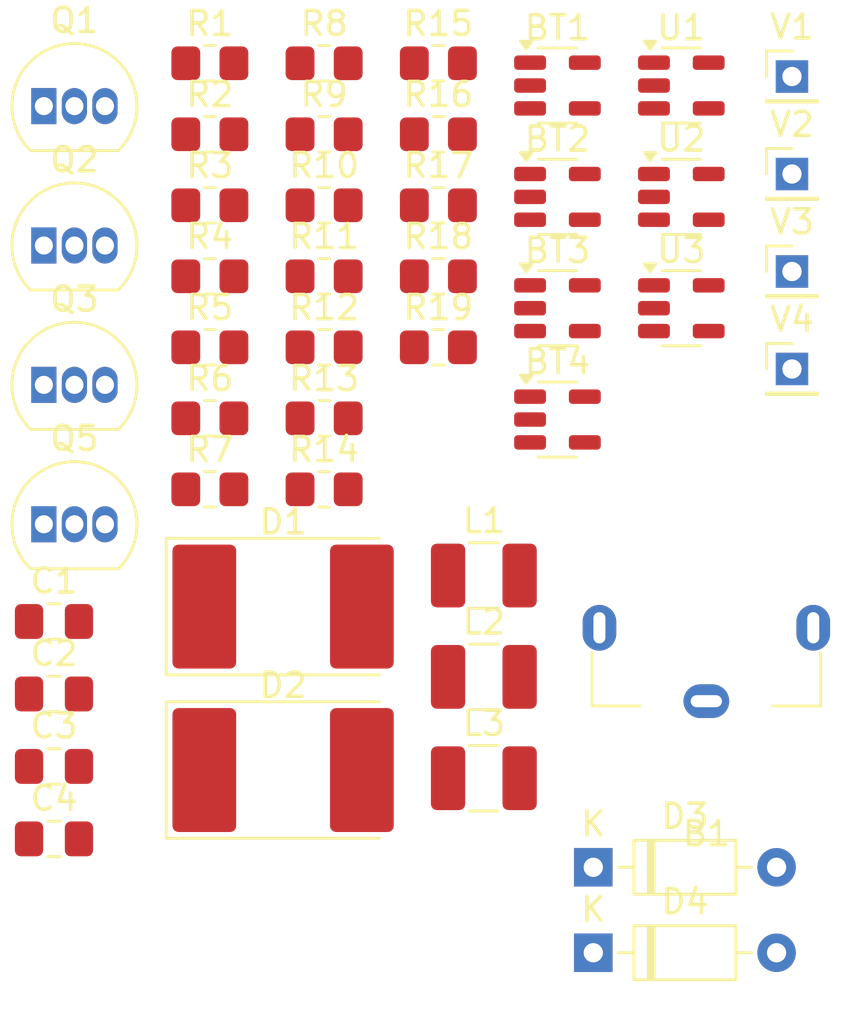
<source format=kicad_pcb>
(kicad_pcb (version 20240108) (generator "pcbnew") (generator_version "8.0")
  (title_block (title "Voltaics '25 PCB") (date "2025-02-14") (rev "v1") (company "Team OG's - VIT Chennai") (comment 1 "Ramanan B R") (comment 2 "Mohamed Ashif K M") (comment 3 "Subramaniam B B") (comment 4 "Designed By,"))
  (layers (0 "F.Cu" signal) (31 "B.Cu" signal) (34 "B.Paste" user) (35 "F.Paste" user) (36 "B.SilkS" user "B.Silkscreen") (37 "F.SilkS" user "F.Silkscreen") (38 "B.Mask" user) (39 "F.Mask" user) (44 "Edge.Cuts" user))
  (net 0 "")
  (net 1 "Vin")
  (net 2 "GND")
  (net 3 "Net-(BT1-+)")
  (net 4 "Net-(BT2--)")
  (net 5 "Net-(BT3-+)")
  (net 6 "Net-(BT4--)")
  (net 7 "Net-(C1-Pad1)")
  (net 8 "Net-(U1--)")
  (net 9 "Net-(Q5-C)")
  (net 10 "+12V")
  (net 11 "Net-(Q1-B)")
  (net 12 "Net-(D3-K)")
  (net 13 "Net-(D1-A)")
  (net 14 "Net-(D1-K)")
  (net 15 "Net-(D2-A)")
  (net 16 "Net-(D3-A)")
  (net 17 "Net-(D4-K)")
  (net 18 "Net-(D4-A)")
  (net 19 "Net-(Q2-B)")
  (net 20 "Vout")
  (net 21 "-12V")
  (net 22 "Net-(Q3-B)")
  (net 23 "Net-(Q5-E)")
  (net 24 "Net-(Q5-B)")
  (net 25 "Net-(R1-Pad2)")
  (net 26 "Net-(U1-+)")
  (net 27 "Net-(R12-Pad2)")
  (net 28 "Net-(R6-Pad1)")
  (net 29 "Net-(U3-+)")
  (net 30 "Net-(V1-Pad2)")
  (net 31 "Net-(V3-Pad2)")
  (footprint "Capacitor_SMD:C_0805_2012Metric_Pad1.18x1.45mm_HandSolder" (layer "F.Cu") (at 147.76 122.27)
    (property "Reference" "C4" (at 0 -1.68 0) (layer "F.SilkS"))
    (property "Value" "220u")
    (fp_line (start -0.261252 -0.735) (end 0.261252 -0.735) (stroke (width 0.12)) (layer "F.SilkS"))
    (fp_line (start -0.261252 0.735) (end 0.261252 0.735) (stroke (width 0.12)) (layer "F.SilkS"))
    (pad "1" smd roundrect (at -1.0375 0) (size 1.175 1.45) (layers "F.Cu" "F.Paste" "F.Mask") (roundrect_rratio 0.212766) (net 2 "GND"))
    (pad "2" smd roundrect (at 1.0375 0) (size 1.175 1.45) (layers "F.Cu" "F.Paste" "F.Mask") (roundrect_rratio 0.212766) (net 12 "Net-(D3-K)"))
  )
  (footprint "Connector_PinHeader_2.00mm:PinHeader_1x01_P2.00mm_Vertical" (layer "F.Cu") (at 178.44 94.65)
    (property "Reference" "V2" (at 0 -2.06 0) (layer "F.SilkS"))
    (property "Value" "VSIN")
    (fp_line (start -1.06 -1.06) (end 0 -1.06) (stroke (width 0.12)) (layer "F.SilkS"))
    (fp_line (start -1.06 0) (end -1.06 -1.06) (stroke (width 0.12)) (layer "F.SilkS"))
    (fp_line (start -1.06 1) (end -1.06 1.06) (stroke (width 0.12)) (layer "F.SilkS"))
    (fp_line (start -1.06 1) (end 1.06 1) (stroke (width 0.12)) (layer "F.SilkS"))
    (fp_line (start -1.06 1.06) (end 1.06 1.06) (stroke (width 0.12)) (layer "F.SilkS"))
    (fp_line (start 1.06 1) (end 1.06 1.06) (stroke (width 0.12)) (layer "F.SilkS"))
    (pad "1" thru_hole rect (at 0 0) (size 1.35 1.35) (drill 0.8) (layers "*.Cu" "*.Mask") (net 28 "Net-(R6-Pad1)"))
  )
  (footprint "Diode_THT:D_DO-35_SOD27_P7.62mm_Horizontal" (layer "F.Cu") (at 170.18 123.45)
    (property "Reference" "D3" (at 3.81 -2.12 0) (layer "F.SilkS"))
    (property "Value" "1N4148")
    (fp_line (start 1.04 0) (end 1.69 0) (stroke (width 0.12)) (layer "F.SilkS"))
    (fp_line (start 1.69 -1.12) (end 1.69 1.12) (stroke (width 0.12)) (layer "F.SilkS"))
    (fp_line (start 1.69 1.12) (end 5.93 1.12) (stroke (width 0.12)) (layer "F.SilkS"))
    (fp_line (start 2.29 -1.12) (end 2.29 1.12) (stroke (width 0.12)) (layer "F.SilkS"))
    (fp_line (start 2.41 -1.12) (end 2.41 1.12) (stroke (width 0.12)) (layer "F.SilkS"))
    (fp_line (start 2.53 -1.12) (end 2.53 1.12) (stroke (width 0.12)) (layer "F.SilkS"))
    (fp_line (start 5.93 -1.12) (end 1.69 -1.12) (stroke (width 0.12)) (layer "F.SilkS"))
    (fp_line (start 5.93 1.12) (end 5.93 -1.12) (stroke (width 0.12)) (layer "F.SilkS"))
    (fp_line (start 6.58 0) (end 5.93 0) (stroke (width 0.12)) (layer "F.SilkS"))
    (fp_text user "K" (at 0 -1.8 0) (layer "F.SilkS"))
    (pad "1" thru_hole rect (at 0 0) (size 1.6 1.6) (drill 0.8) (layers "*.Cu" "*.Mask") (net 12 "Net-(D3-K)"))
    (pad "2" thru_hole oval (at 7.62 0) (size 1.6 1.6) (drill 0.8) (layers "*.Cu" "*.Mask") (net 16 "Net-(D3-A)"))
  )
  (footprint "Resistor_SMD:R_0805_2012Metric_Pad1.20x1.40mm_HandSolder" (layer "F.Cu") (at 163.74 93)
    (property "Reference" "R16" (at 0 -1.65 0) (layer "F.SilkS"))
    (property "Value" "100k")
    (fp_line (start -0.227064 -0.735) (end 0.227064 -0.735) (stroke (width 0.12)) (layer "F.SilkS"))
    (fp_line (start -0.227064 0.735) (end 0.227064 0.735) (stroke (width 0.12)) (layer "F.SilkS"))
    (pad "1" smd roundrect (at -1 0) (size 1.2 1.4) (layers "F.Cu" "F.Paste" "F.Mask") (roundrect_rratio 0.208333) (net 16 "Net-(D3-A)"))
    (pad "2" smd roundrect (at 1 0) (size 1.2 1.4) (layers "F.Cu" "F.Paste" "F.Mask") (roundrect_rratio 0.208333) (net 2 "GND"))
  )
  (footprint "Resistor_SMD:R_0805_2012Metric_Pad1.20x1.40mm_HandSolder" (layer "F.Cu") (at 154.24 104.8)
    (property "Reference" "R6" (at 0 -1.65 0) (layer "F.SilkS"))
    (property "Value" "1k")
    (fp_line (start -0.227064 -0.735) (end 0.227064 -0.735) (stroke (width 0.12)) (layer "F.SilkS"))
    (fp_line (start -0.227064 0.735) (end 0.227064 0.735) (stroke (width 0.12)) (layer "F.SilkS"))
    (pad "1" smd roundrect (at -1 0) (size 1.2 1.4) (layers "F.Cu" "F.Paste" "F.Mask") (roundrect_rratio 0.208333) (net 28 "Net-(R6-Pad1)"))
    (pad "2" smd roundrect (at 1 0) (size 1.2 1.4) (layers "F.Cu" "F.Paste" "F.Mask") (roundrect_rratio 0.208333) (net 24 "Net-(Q5-B)"))
  )
  (footprint "Resistor_SMD:R_0805_2012Metric_Pad1.20x1.40mm_HandSolder" (layer "F.Cu") (at 154.24 95.95)
    (property "Reference" "R3" (at 0 -1.65 0) (layer "F.SilkS"))
    (property "Value" "10k")
    (fp_line (start -0.227064 -0.735) (end 0.227064 -0.735) (stroke (width 0.12)) (layer "F.SilkS"))
    (fp_line (start -0.227064 0.735) (end 0.227064 0.735) (stroke (width 0.12)) (layer "F.SilkS"))
    (pad "1" smd roundrect (at -1 0) (size 1.2 1.4) (layers "F.Cu" "F.Paste" "F.Mask") (roundrect_rratio 0.208333) (net 23 "Net-(Q5-E)"))
    (pad "2" smd roundrect (at 1 0) (size 1.2 1.4) (layers "F.Cu" "F.Paste" "F.Mask") (roundrect_rratio 0.208333) (net 27 "Net-(R12-Pad2)"))
  )
  (footprint "Inductor_SMD:L_1210_3225Metric_Pad1.42x2.65mm_HandSolder" (layer "F.Cu") (at 165.63 119.75)
    (property "Reference" "L3" (at 0 -2.28 0) (layer "F.SilkS"))
    (property "Value" "130m")
    (fp_line (start -0.602064 -1.36) (end 0.602064 -1.36) (stroke (width 0.12)) (layer "F.SilkS"))
    (fp_line (start -0.602064 1.36) (end 0.602064 1.36) (stroke (width 0.12)) (layer "F.SilkS"))
    (pad "1" smd roundrect (at -1.4875 0) (size 1.425 2.65) (layers "F.Cu" "F.Paste" "F.Mask") (roundrect_rratio 0.175439) (net 10 "+12V"))
    (pad "2" smd roundrect (at 1.4875 0) (size 1.425 2.65) (layers "F.Cu" "F.Paste" "F.Mask") (roundrect_rratio 0.175439) (net 9 "Net-(Q5-C)"))
  )
  (footprint "Package_TO_SOT_SMD:TSOT-23-5" (layer "F.Cu") (at 173.84 90.975)
    (property "Reference" "U1" (at 0 -2.4 0) (layer "F.SilkS"))
    (property "Value" "OPA188xxDBV")
    (fp_line (start 0 -1.56) (end -0.8 -1.56) (stroke (width 0.12)) (layer "F.SilkS"))
    (fp_line (start 0 -1.56) (end 0.8 -1.56) (stroke (width 0.12)) (layer "F.SilkS"))
    (fp_line (start 0 1.56) (end -0.8 1.56) (stroke (width 0.12)) (layer "F.SilkS"))
    (fp_line (start 0 1.56) (end 0.8 1.56) (stroke (width 0.12)) (layer "F.SilkS"))
    (fp_poly (pts (xy -1.3 -1.51) (xy -1.54 -1.84) (xy -1.06 -1.84) (xy -1.3 -1.51)) (stroke (width 0.12)) (fill solid) (layer "F.SilkS"))
    (pad "1" smd roundrect (at -1.1375 -0.95) (size 1.325 0.6) (layers "F.Cu" "F.Paste" "F.Mask") (net 26 "Net-(U1-+)"))
    (pad "2" smd roundrect (at -1.1375 0) (size 1.325 0.6) (layers "F.Cu" "F.Paste" "F.Mask") (net 21 "-12V"))
    (pad "3" smd roundrect (at -1.1375 0.95) (size 1.325 0.6) (layers "F.Cu" "F.Paste" "F.Mask") (net 26 "Net-(U1-+)"))
    (pad "4" smd roundrect (at 1.1375 0.95) (size 1.325 0.6) (layers "F.Cu" "F.Paste" "F.Mask") (net 8 "Net-(U1--)"))
    (pad "5" smd roundrect (at 1.1375 -0.95) (size 1.325 0.6) (layers "F.Cu" "F.Paste" "F.Mask") (net 10 "+12V"))
  )
  (footprint "Package_TO_SOT_THT:TO-92_Inline" (layer "F.Cu") (at 147.34 109.2)
    (property "Reference" "Q5" (at 1.27 -3.56 0) (layer "F.SilkS"))
    (property "Value" "BC547")
    (fp_line (start -0.53 1.85) (end 3.07 1.85) (stroke (width 0.12)) (layer "F.SilkS"))
    (fp_arc (start -0.568478 1.838478) (mid -1.132087 -0.994977) (end 1.27 -2.6) (stroke (width 0.12)) (layer "F.SilkS"))
    (fp_arc (start 1.27 -2.6) (mid 3.672087 -0.994977) (end 3.108478 1.838478) (stroke (width 0.12)) (layer "F.SilkS"))
    (pad "1" thru_hole rect (at 0 0) (size 1.05 1.5) (drill 0.75) (layers "*.Cu" "*.Mask") (net 9 "Net-(Q5-C)"))
    (pad "2" thru_hole oval (at 1.27 0) (size 1.05 1.5) (drill 0.75) (layers "*.Cu" "*.Mask") (net 24 "Net-(Q5-B)"))
    (pad "3" thru_hole oval (at 2.54 0) (size 1.05 1.5) (drill 0.75) (layers "*.Cu" "*.Mask") (net 23 "Net-(Q5-E)"))
  )
  (footprint "Diode_SMD:D_3220_8050Metric_Pad2.65x5.15mm_HandSolder" (layer "F.Cu") (at 157.285 119.41)
    (property "Reference" "D2" (at 0 -3.52 0) (layer "F.SilkS"))
    (property "Value" "1N1418")
    (fp_line (start -4.86 -2.835) (end -4.86 2.835) (stroke (width 0.12)) (layer "F.SilkS"))
    (fp_line (start -4.86 2.835) (end 4 2.835) (stroke (width 0.12)) (layer "F.SilkS"))
    (fp_line (start 4 -2.835) (end -4.86 -2.835) (stroke (width 0.12)) (layer "F.SilkS"))
    (pad "1" smd roundrect (at -3.275 0) (size 2.65 5.15) (layers "F.Cu" "F.Paste" "F.Mask") (roundrect_rratio 0.09434) (net 13 "Net-(D1-A)"))
    (pad "2" smd roundrect (at 3.275 0) (size 2.65 5.15) (layers "F.Cu" "F.Paste" "F.Mask") (roundrect_rratio 0.09434) (net 15 "Net-(D2-A)"))
  )
  (footprint "Package_TO_SOT_THT:TO-92_Inline" (layer "F.Cu") (at 147.34 91.83)
    (property "Reference" "Q1" (at 1.27 -3.56 0) (layer "F.SilkS"))
    (property "Value" "2N3904")
    (fp_line (start -0.53 1.85) (end 3.07 1.85) (stroke (width 0.12)) (layer "F.SilkS"))
    (fp_arc (start -0.568478 1.838478) (mid -1.132087 -0.994977) (end 1.27 -2.6) (stroke (width 0.12)) (layer "F.SilkS"))
    (fp_arc (start 1.27 -2.6) (mid 3.672087 -0.994977) (end 3.108478 1.838478) (stroke (width 0.12)) (layer "F.SilkS"))
    (pad "1" thru_hole rect (at 0 0) (size 1.05 1.5) (drill 0.75) (layers "*.Cu" "*.Mask") (net 16 "Net-(D3-A)"))
    (pad "2" thru_hole oval (at 1.27 0) (size 1.05 1.5) (drill 0.75) (layers "*.Cu" "*.Mask") (net 11 "Net-(Q1-B)"))
    (pad "3" thru_hole oval (at 2.54 0) (size 1.05 1.5) (drill 0.75) (layers "*.Cu" "*.Mask") (net 17 "Net-(D4-K)"))
  )
  (footprint "Inductor_SMD:L_1210_3225Metric_Pad1.42x2.65mm_HandSolder" (layer "F.Cu") (at 165.63 115.54)
    (property "Reference" "L2" (at 0 -2.28 0) (layer "F.SilkS"))
    (property "Value" "1m")
    (fp_line (start -0.602064 -1.36) (end 0.602064 -1.36) (stroke (width 0.12)) (layer "F.SilkS"))
    (fp_line (start -0.602064 1.36) (end 0.602064 1.36) (stroke (width 0.12)) (layer "F.SilkS"))
    (pad "1" smd roundrect (at -1.4875 0) (size 1.425 2.65) (layers "F.Cu" "F.Paste" "F.Mask") (roundrect_rratio 0.175439) (net 8 "Net-(U1--)"))
    (pad "2" smd roundrect (at 1.4875 0) (size 1.425 2.65) (layers "F.Cu" "F.Paste" "F.Mask") (roundrect_rratio 0.175439) (net 2 "GND"))
  )
  (footprint "Package_TO_SOT_SMD:TSOT-23-5" (layer "F.Cu") (at 168.69 104.85)
    (property "Reference" "BT4" (at 0 -2.4 0) (layer "F.SilkS"))
    (property "Value" "-12V")
    (fp_line (start 0 -1.56) (end -0.8 -1.56) (stroke (width 0.12)) (layer "F.SilkS"))
    (fp_line (start 0 -1.56) (end 0.8 -1.56) (stroke (width 0.12)) (layer "F.SilkS"))
    (fp_line (start 0 1.56) (end -0.8 1.56) (stroke (width 0.12)) (layer "F.SilkS"))
    (fp_line (start 0 1.56) (end 0.8 1.56) (stroke (width 0.12)) (layer "F.SilkS"))
    (fp_poly (pts (xy -1.3 -1.51) (xy -1.54 -1.84) (xy -1.06 -1.84) (xy -1.3 -1.51)) (stroke (width 0.12)) (fill solid) (layer "F.SilkS"))
    (pad "1" smd roundrect (at -1.1375 -0.95) (size 1.325 0.6) (layers "F.Cu" "F.Paste" "F.Mask") (net 2 "GND"))
    (pad "2" smd roundrect (at -1.1375 0) (size 1.325 0.6) (layers "F.Cu" "F.Paste" "F.Mask") (net 6 "Net-(BT4--)"))
    (pad "3" smd roundrect (at -1.1375 0.95) (size 1.325 0.6) (layers "F.Cu" "F.Paste" "F.Mask"))
    (pad "4" smd roundrect (at 1.1375 0.95) (size 1.325 0.6) (layers "F.Cu" "F.Paste" "F.Mask"))
    (pad "5" smd roundrect (at 1.1375 -0.95) (size 1.325 0.6) (layers "F.Cu" "F.Paste" "F.Mask"))
  )
  (footprint "Resistor_SMD:R_0805_2012Metric_Pad1.20x1.40mm_HandSolder" (layer "F.Cu") (at 163.74 90.05)
    (property "Reference" "R15" (at 0 -1.65 0) (layer "F.SilkS"))
    (property "Value" "220k")
    (fp_line (start -0.227064 -0.735) (end 0.227064 -0.735) (stroke (width 0.12)) (layer "F.SilkS"))
    (fp_line (start -0.227064 0.735) (end 0.227064 0.735) (stroke (width 0.12)) (layer "F.SilkS"))
    (pad "1" smd roundrect (at -1 0) (size 1.2 1.4) (layers "F.Cu" "F.Paste" "F.Mask") (roundrect_rratio 0.208333) (net 10 "+12V"))
    (pad "2" smd roundrect (at 1 0) (size 1.2 1.4) (layers "F.Cu" "F.Paste" "F.Mask") (roundrect_rratio 0.208333) (net 17 "Net-(D4-K)"))
  )
  (footprint "Package_TO_SOT_SMD:TSOT-23-5" (layer "F.Cu") (at 168.69 95.6)
    (property "Reference" "BT2" (at 0 -2.4 0) (layer "F.SilkS"))
    (property "Value" "-12V")
    (fp_line (start 0 -1.56) (end -0.8 -1.56) (stroke (width 0.12)) (layer "F.SilkS"))
    (fp_line (start 0 -1.56) (end 0.8 -1.56) (stroke (width 0.12)) (layer "F.SilkS"))
    (fp_line (start 0 1.56) (end -0.8 1.56) (stroke (width 0.12)) (layer "F.SilkS"))
    (fp_line (start 0 1.56) (end 0.8 1.56) (stroke (width 0.12)) (layer "F.SilkS"))
    (fp_poly (pts (xy -1.3 -1.51) (xy -1.54 -1.84) (xy -1.06 -1.84) (xy -1.3 -1.51)) (stroke (width 0.12)) (fill solid) (layer "F.SilkS"))
    (pad "1" smd roundrect (at -1.1375 -0.95) (size 1.325 0.6) (layers "F.Cu" "F.Paste" "F.Mask") (net 2 "GND"))
    (pad "2" smd roundrect (at -1.1375 0) (size 1.325 0.6) (layers "F.Cu" "F.Paste" "F.Mask") (net 4 "Net-(BT2--)"))
    (pad "3" smd roundrect (at -1.1375 0.95) (size 1.325 0.6) (layers "F.Cu" "F.Paste" "F.Mask"))
    (pad "4" smd roundrect (at 1.1375 0.95) (size 1.325 0.6) (layers "F.Cu" "F.Paste" "F.Mask"))
    (pad "5" smd roundrect (at 1.1375 -0.95) (size 1.325 0.6) (layers "F.Cu" "F.Paste" "F.Mask"))
  )
  (footprint "Resistor_SMD:R_0805_2012Metric_Pad1.20x1.40mm_HandSolder" (layer "F.Cu") (at 158.99 101.85)
    (property "Reference" "R12" (at 0 -1.65 0) (layer "F.SilkS"))
    (property "Value" "100")
    (fp_line (start -0.227064 -0.735) (end 0.227064 -0.735) (stroke (width 0.12)) (layer "F.SilkS"))
    (fp_line (start -0.227064 0.735) (end 0.227064 0.735) (stroke (width 0.12)) (layer "F.SilkS"))
    (pad "1" smd roundrect (at -1 0) (size 1.2 1.4) (layers "F.Cu" "F.Paste" "F.Mask") (roundrect_rratio 0.208333) (net 29 "Net-(U3-+)"))
    (pad "2" smd roundrect (at 1 0) (size 1.2 1.4) (layers "F.Cu" "F.Paste" "F.Mask") (roundrect_rratio 0.208333) (net 27 "Net-(R12-Pad2)"))
  )
  (footprint "Resistor_SMD:R_0805_2012Metric_Pad1.20x1.40mm_HandSolder" (layer "F.Cu") (at 163.74 101.85)
    (property "Reference" "R19" (at 0 -1.65 0) (layer "F.SilkS"))
    (property "Value" "5000k")
    (fp_line (start -0.227064 -0.735) (end 0.227064 -0.735) (stroke (width 0.12)) (layer "F.SilkS"))
    (fp_line (start -0.227064 0.735) (end 0.227064 0.735) (stroke (width 0.12)) (layer "F.SilkS"))
    (pad "1" smd roundrect (at -1 0) (size 1.2 1.4) (layers "F.Cu" "F.Paste" "F.Mask") (roundrect_rratio 0.208333) (net 20 "Vout"))
    (pad "2" smd roundrect (at 1 0) (size 1.2 1.4) (layers "F.Cu" "F.Paste" "F.Mask") (roundrect_rratio 0.208333) (net 2 "GND"))
  )
  (footprint "Diode_SMD:D_3220_8050Metric_Pad2.65x5.15mm_HandSolder" (layer "F.Cu") (at 157.285 112.62)
    (property "Reference" "D1" (at 0 -3.52 0) (layer "F.SilkS"))
    (property "Value" "1N1418")
    (fp_line (start -4.86 -2.835) (end -4.86 2.835) (stroke (width 0.12)) (layer "F.SilkS"))
    (fp_line (start -4.86 2.835) (end 4 2.835) (stroke (width 0.12)) (layer "F.SilkS"))
    (fp_line (start 4 -2.835) (end -4.86 -2.835) (stroke (width 0.12)) (layer "F.SilkS"))
    (pad "1" smd roundrect (at -3.275 0) (size 2.65 5.15) (layers "F.Cu" "F.Paste" "F.Mask") (roundrect_rratio 0.09434) (net 14 "Net-(D1-K)"))
    (pad "2" smd roundrect (at 3.275 0) (size 2.65 5.15) (layers "F.Cu" "F.Paste" "F.Mask") (roundrect_rratio 0.09434) (net 13 "Net-(D1-A)"))
  )
  (footprint "Package_TO_SOT_SMD:TSOT-23-5" (layer "F.Cu") (at 168.69 100.225)
    (property "Reference" "BT3" (at 0 -2.4 0) (layer "F.SilkS"))
    (property "Value" "12V")
    (fp_line (start 0 -1.56) (end -0.8 -1.56) (stroke (width 0.12)) (layer "F.SilkS"))
    (fp_line (start 0 -1.56) (end 0.8 -1.56) (stroke (width 0.12)) (layer "F.SilkS"))
    (fp_line (start 0 1.56) (end -0.8 1.56) (stroke (width 0.12)) (layer "F.SilkS"))
    (fp_line (start 0 1.56) (end 0.8 1.56) (stroke (width 0.12)) (layer "F.SilkS"))
    (fp_poly (pts (xy -1.3 -1.51) (xy -1.54 -1.84) (xy -1.06 -1.84) (xy -1.3 -1.51)) (stroke (width 0.12)) (fill solid) (layer "F.SilkS"))
    (pad "1" smd roundrect (at -1.1375 -0.95) (size 1.325 0.6) (layers "F.Cu" "F.Paste" "F.Mask") (net 5 "Net-(BT3-+)"))
    (pad "2" smd roundrect (at -1.1375 0) (size 1.325 0.6) (layers "F.Cu" "F.Paste" "F.Mask") (net 2 "GND"))
    (pad "3" smd roundrect (at -1.1375 0.95) (size 1.325 0.6) (layers "F.Cu" "F.Paste" "F.Mask"))
    (pad "4" smd roundrect (at 1.1375 0.95) (size 1.325 0.6) (layers "F.Cu" "F.Paste" "F.Mask"))
    (pad "5" smd roundrect (at 1.1375 -0.95) (size 1.325 0.6) (layers "F.Cu" "F.Paste" "F.Mask"))
  )
  (footprint "Resistor_SMD:R_0805_2012Metric_Pad1.20x1.40mm_HandSolder" (layer "F.Cu") (at 163.74 95.95)
    (property "Reference" "R17" (at 0 -1.65 0) (layer "F.SilkS"))
    (property "Value" "27k")
    (fp_line (start -0.227064 -0.735) (end 0.227064 -0.735) (stroke (width 0.12)) (layer "F.SilkS"))
    (fp_line (start -0.227064 0.735) (end 0.227064 0.735) (stroke (width 0.12)) (layer "F.SilkS"))
    (pad "1" smd roundrect (at -1 0) (size 1.2 1.4) (layers "F.Cu" "F.Paste" "F.Mask") (roundrect_rratio 0.208333) (net 22 "Net-(Q3-B)"))
    (pad "2" smd roundrect (at 1 0) (size 1.2 1.4) (layers "F.Cu" "F.Paste" "F.Mask") (roundrect_rratio 0.208333) (net 12 "Net-(D3-K)"))
  )
  (footprint "Resistor_SMD:R_0805_2012Metric_Pad1.20x1.40mm_HandSolder" (layer "F.Cu") (at 154.24 90.05)
    (property "Reference" "R1" (at 0 -1.65 0) (layer "F.SilkS"))
    (property "Value" "50")
    (fp_line (start -0.227064 -0.735) (end 0.227064 -0.735) (stroke (width 0.12)) (layer "F.SilkS"))
    (fp_line (start -0.227064 0.735) (end 0.227064 0.735) (stroke (width 0.12)) (layer "F.SilkS"))
    (pad "1" smd roundrect (at -1 0) (size 1.2 1.4) (layers "F.Cu" "F.Paste" "F.Mask") (roundrect_rratio 0.208333) (net 7 "Net-(C1-Pad1)"))
    (pad "2" smd roundrect (at 1 0) (size 1.2 1.4) (layers "F.Cu" "F.Paste" "F.Mask") (roundrect_rratio 0.208333) (net 25 "Net-(R1-Pad2)"))
  )
  (footprint "Package_TO_SOT_SMD:TSOT-23-5" (layer "F.Cu") (at 173.84 95.6)
    (property "Reference" "U2" (at 0 -2.4 0) (layer "F.SilkS"))
    (property "Value" "OPA188xxDBV")
    (fp_line (start 0 -1.56) (end -0.8 -1.56) (stroke (width 0.12)) (layer "F.SilkS"))
    (fp_line (start 0 -1.56) (end 0.8 -1.56) (stroke (width 0.12)) (layer "F.SilkS"))
    (fp_line (start 0 1.56) (end -0.8 1.56) (stroke (width 0.12)) (layer "F.SilkS"))
    (fp_line (start 0 1.56) (end 0.8 1.56) (stroke (width 0.12)) (layer "F.SilkS"))
    (fp_poly (pts (xy -1.3 -1.51) (xy -1.54 -1.84) (xy -1.06 -1.84) (xy -1.3 -1.51)) (stroke (width 0.12)) (fill solid) (layer "F.SilkS"))
    (pad "1" smd roundrect (at -1.1375 -0.95) (size 1.325 0.6) (layers "F.Cu" "F.Paste" "F.Mask") (net 13 "Net-(D1-A)"))
    (pad "2" smd roundrect (at -1.1375 0) (size 1.325 0.6) (layers "F.Cu" "F.Paste" "F.Mask") (net 4 "Net-(BT2--)"))
    (pad "3" smd roundrect (at -1.1375 0.95) (size 1.325 0.6) (layers "F.Cu" "F.Paste" "F.Mask") (net 14 "Net-(D1-K)"))
    (pad "4" smd roundrect (at 1.1375 0.95) (size 1.325 0.6) (layers "F.Cu" "F.Paste" "F.Mask") (net 2 "GND"))
    (pad "5" smd roundrect (at 1.1375 -0.95) (size 1.325 0.6) (layers "F.Cu" "F.Paste" "F.Mask") (net 3 "Net-(BT1-+)"))
  )
  (footprint "Resistor_SMD:R_0805_2012Metric_Pad1.20x1.40mm_HandSolder" (layer "F.Cu") (at 158.99 90.05)
    (property "Reference" "R8" (at 0 -1.65 0) (layer "F.SilkS"))
    (property "Value" "200")
    (fp_line (start -0.227064 -0.735) (end 0.227064 -0.735) (stroke (width 0.12)) (layer "F.SilkS"))
    (fp_line (start -0.227064 0.735) (end 0.227064 0.735) (stroke (width 0.12)) (layer "F.SilkS"))
    (pad "1" smd roundrect (at -1 0) (size 1.2 1.4) (layers "F.Cu" "F.Paste" "F.Mask") (roundrect_rratio 0.208333) (net 26 "Net-(U1-+)"))
    (pad "2" smd roundrect (at 1 0) (size 1.2 1.4) (layers "F.Cu" "F.Paste" "F.Mask") (roundrect_rratio 0.208333) (net 29 "Net-(U3-+)"))
  )
  (footprint "Resistor_SMD:R_0805_2012Metric_Pad1.20x1.40mm_HandSolder" (layer "F.Cu") (at 158.99 98.9)
    (property "Reference" "R11" (at 0 -1.65 0) (layer "F.SilkS"))
    (property "Value" "100")
    (fp_line (start -0.227064 -0.735) (end 0.227064 -0.735) (stroke (width 0.12)) (layer "F.SilkS"))
    (fp_line (start -0.227064 0.735) (end 0.227064 0.735) (stroke (width 0.12)) (layer "F.SilkS"))
    (pad "1" smd roundrect (at -1 0) (size 1.2 1.4) (layers "F.Cu" "F.Paste" "F.Mask") (roundrect_rratio 0.208333) (net 15 "Net-(D2-A)"))
    (pad "2" smd roundrect (at 1 0) (size 1.2 1.4) (layers "F.Cu" "F.Paste" "F.Mask") (roundrect_rratio 0.208333) (net 29 "Net-(U3-+)"))
  )
  (footprint "Capacitor_SMD:C_0805_2012Metric_Pad1.18x1.45mm_HandSolder" (layer "F.Cu") (at 147.76 116.25)
    (property "Reference" "C2" (at 0 -1.68 0) (layer "F.SilkS"))
    (property "Value" "0.01u")
    (fp_line (start -0.261252 -0.735) (end 0.261252 -0.735) (stroke (width 0.12)) (layer "F.SilkS"))
    (fp_line (start -0.261252 0.735) (end 0.261252 0.735) (stroke (width 0.12)) (layer "F.SilkS"))
    (pad "1" smd roundrect (at -1.0375 0) (size 1.175 1.45) (layers "F.Cu" "F.Paste" "F.Mask") (roundrect_rratio 0.212766) (net 10 "+12V"))
    (pad "2" smd roundrect (at 1.0375 0) (size 1.175 1.45) (layers "F.Cu" "F.Paste" "F.Mask") (roundrect_rratio 0.212766) (net 9 "Net-(Q5-C)"))
  )
  (footprint "Package_TO_SOT_THT:TO-92_Inline" (layer "F.Cu") (at 147.34 97.62)
    (property "Reference" "Q2" (at 1.27 -3.56 0) (layer "F.SilkS"))
    (property "Value" "2N3904")
    (fp_line (start -0.53 1.85) (end 3.07 1.85) (stroke (width 0.12)) (layer "F.SilkS"))
    (fp_arc (start -0.568478 1.838478) (mid -1.132087 -0.994977) (end 1.27 -2.6) (stroke (width 0.12)) (layer "F.SilkS"))
    (fp_arc (start 1.27 -2.6) (mid 3.672087 -0.994977) (end 3.108478 1.838478) (stroke (width 0.12)) (layer "F.SilkS"))
    (pad "1" thru_hole rect (at 0 0) (size 1.05 1.5) (drill 0.75) (layers "*.Cu" "*.Mask") (net 20 "Vout"))
    (pad "2" thru_hole oval (at 1.27 0) (size 1.05 1.5) (drill 0.75) (layers "*.Cu" "*.Mask") (net 19 "Net-(Q2-B)"))
    (pad "3" thru_hole oval (at 2.54 0) (size 1.05 1.5) (drill 0.75) (layers "*.Cu" "*.Mask") (net 10 "+12V"))
  )
  (footprint "Resistor_SMD:R_0805_2012Metric_Pad1.20x1.40mm_HandSolder" (layer "F.Cu") (at 158.99 95.95)
    (property "Reference" "R10" (at 0 -1.65 0) (layer "F.SilkS"))
    (property "Value" "100")
    (fp_line (start -0.227064 -0.735) (end 0.227064 -0.735) (stroke (width 0.12)) (layer "F.SilkS"))
    (fp_line (start -0.227064 0.735) (end 0.227064 0.735) (stroke (width 0.12)) (layer "F.SilkS"))
    (pad "1" smd roundrect (at -1 0) (size 1.2 1.4) (layers "F.Cu" "F.Paste" "F.Mask") (roundrect_rratio 0.208333) (net 14 "Net-(D1-K)"))
    (pad "2" smd roundrect (at 1 0) (size 1.2 1.4) (layers "F.Cu" "F.Paste" "F.Mask") (roundrect_rratio 0.208333) (net 15 "Net-(D2-A)"))
  )
  (footprint "Package_TO_SOT_SMD:TSOT-23-5" (layer "F.Cu") (at 173.84 100.225)
    (property "Reference" "U3" (at 0 -2.4 0) (layer "F.SilkS"))
    (property "Value" "OPA188xxDBV")
    (fp_line (start 0 -1.56) (end -0.8 -1.56) (stroke (width 0.12)) (layer "F.SilkS"))
    (fp_line (start 0 -1.56) (end 0.8 -1.56) (stroke (width 0.12)) (layer "F.SilkS"))
    (fp_line (start 0 1.56) (end -0.8 1.56) (stroke (width 0.12)) (layer "F.SilkS"))
    (fp_line (start 0 1.56) (end 0.8 1.56) (stroke (width 0.12)) (layer "F.SilkS"))
    (fp_poly (pts (xy -1.3 -1.51) (xy -1.54 -1.84) (xy -1.06 -1.84) (xy -1.3 -1.51)) (stroke (width 0.12)) (fill solid) (layer "F.SilkS"))
    (pad "1" smd roundrect (at -1.1375 -0.95) (size 1.325 0.6) (layers "F.Cu" "F.Paste" "F.Mask") (net 27 "Net-(R12-Pad2)"))
    (pad "2" smd roundrect (at -1.1375 0) (size 1.325 0.6) (layers "F.Cu" "F.Paste" "F.Mask") (net 6 "Net-(BT4--)"))
    (pad "3" smd roundrect (at -1.1375 0.95) (size 1.325 0.6) (layers "F.Cu" "F.Paste" "F.Mask") (net 29 "Net-(U3-+)"))
    (pad "4" smd roundrect (at 1.1375 0.95) (size 1.325 0.6) (layers "F.Cu" "F.Paste" "F.Mask") (net 2 "GND"))
    (pad "5" smd roundrect (at 1.1375 -0.95) (size 1.325 0.6) (layers "F.Cu" "F.Paste" "F.Mask") (net 5 "Net-(BT3-+)"))
  )
  (footprint "Resistor_SMD:R_0805_2012Metric_Pad1.20x1.40mm_HandSolder" (layer "F.Cu") (at 154.24 93)
    (property "Reference" "R2" (at 0 -1.65 0) (layer "F.SilkS"))
    (property "Value" "50")
    (fp_line (start -0.227064 -0.735) (end 0.227064 -0.735) (stroke (width 0.12)) (layer "F.SilkS"))
    (fp_line (start -0.227064 0.735) (end 0.227064 0.735) (stroke (width 0.12)) (layer "F.SilkS"))
    (pad "1" smd roundrect (at -1 0) (size 1.2 1.4) (layers "F.Cu" "F.Paste" "F.Mask") (roundrect_rratio 0.208333) (net 26 "Net-(U1-+)"))
    (pad "2" smd roundrect (at 1 0) (size 1.2 1.4) (layers "F.Cu" "F.Paste" "F.Mask") (roundrect_rratio 0.208333) (net 2 "GND"))
  )
  (footprint "Package_TO_SOT_THT:TO-92_Inline" (layer "F.Cu") (at 147.34 103.41)
    (property "Reference" "Q3" (at 1.27 -3.56 0) (layer "F.SilkS"))
    (property "Value" "2N3906")
    (fp_line (start -0.53 1.85) (end 3.07 1.85) (stroke (width 0.12)) (layer "F.SilkS"))
    (fp_arc (start -0.568478 1.838478) (mid -1.132087 -0.994977) (end 1.27 -2.6) (stroke (width 0.12)) (layer "F.SilkS"))
    (fp_arc (start 1.27 -2.6) (mid 3.672087 -0.994977) (end 3.108478 1.838478) (stroke (width 0.12)) (layer "F.SilkS"))
    (pad "1" thru_hole rect (at 0 0) (size 1.05 1.5) (drill 0.75) (layers "*.Cu" "*.Mask") (net 21 "-12V"))
    (pad "2" thru_hole oval (at 1.27 0) (size 1.05 1.5) (drill 0.75) (layers "*.Cu" "*.Mask") (net 22 "Net-(Q3-B)"))
    (pad "3" thru_hole oval (at 2.54 0) (size 1.05 1.5) (drill 0.75) (layers "*.Cu" "*.Mask") (net 20 "Vout"))
  )
  (footprint "Inductor_SMD:L_1210_3225Metric_Pad1.42x2.65mm_HandSolder" (layer "F.Cu") (at 165.63 111.33)
    (property "Reference" "L1" (at 0 -2.28 0) (layer "F.SilkS"))
    (property "Value" "1m")
    (fp_line (start -0.602064 -1.36) (end 0.602064 -1.36) (stroke (width 0.12)) (layer "F.SilkS"))
    (fp_line (start -0.602064 1.36) (end 0.602064 1.36) (stroke (width 0.12)) (layer "F.SilkS"))
    (pad "1" smd roundrect (at -1.4875 0) (size 1.425 2.65) (layers "F.Cu" "F.Paste" "F.Mask") (roundrect_rratio 0.175439) (net 7 "Net-(C1-Pad1)"))
    (pad "2" smd roundrect (at 1.4875 0) (size 1.425 2.65) (layers "F.Cu" "F.Paste" "F.Mask") (roundrect_rratio 0.175439) (net 2 "GND"))
  )
  (footprint "Connector_PinHeader_2.00mm:PinHeader_1x01_P2.00mm_Vertical" (layer "F.Cu") (at 178.44 90.6)
    (property "Reference" "V1" (at 0 -2.06 0) (layer "F.SilkS"))
    (property "Value" "VSIN")
    (fp_line (start -1.06 -1.06) (end 0 -1.06) (stroke (width 0.12)) (layer "F.SilkS"))
    (fp_line (start -1.06 0) (end -1.06 -1.06) (stroke (width 0.12)) (layer "F.SilkS"))
    (fp_line (start -1.06 1) (end -1.06 1.06) (stroke (width 0.12)) (layer "F.SilkS"))
    (fp_line (start -1.06 1) (end 1.06 1) (stroke (width 0.12)) (layer "F.SilkS"))
    (fp_line (start -1.06 1.06) (end 1.06 1.06) (stroke (width 0.12)) (layer "F.SilkS"))
    (fp_line (start 1.06 1) (end 1.06 1.06) (stroke (width 0.12)) (layer "F.SilkS"))
    (pad "1" thru_hole rect (at 0 0) (size 1.35 1.35) (drill 0.8) (layers "*.Cu" "*.Mask") (net 25 "Net-(R1-Pad2)"))
  )
  (footprint "Resistor_SMD:R_0805_2012Metric_Pad1.20x1.40mm_HandSolder" (layer "F.Cu") (at 154.24 101.85)
    (property "Reference" "R5" (at 0 -1.65 0) (layer "F.SilkS"))
    (property "Value" "22k")
    (fp_line (start -0.227064 -0.735) (end 0.227064 -0.735) (stroke (width 0.12)) (layer "F.SilkS"))
    (fp_line (start -0.227064 0.735) (end 0.227064 0.735) (stroke (width 0.12)) (layer "F.SilkS"))
    (pad "1" smd roundrect (at -1 0) (size 1.2 1.4) (layers "F.Cu" "F.Paste" "F.Mask") (roundrect_rratio 0.208333) (net 10 "+12V"))
    (pad "2" smd roundrect (at 1 0) (size 1.2 1.4) (layers "F.Cu" "F.Paste" "F.Mask") (roundrect_rratio 0.208333) (net 24 "Net-(Q5-B)"))
  )
  (footprint "Connector_PinHeader_2.00mm:PinHeader_1x01_P2.00mm_Vertical" (layer "F.Cu") (at 178.44 98.7)
    (property "Reference" "V3" (at 0 -2.06 0) (layer "F.SilkS"))
    (property "Value" "VSIN")
    (fp_line (start -1.06 -1.06) (end 0 -1.06) (stroke (width 0.12)) (layer "F.SilkS"))
    (fp_line (start -1.06 0) (end -1.06 -1.06) (stroke (width 0.12)) (layer "F.SilkS"))
    (fp_line (start -1.06 1) (end -1.06 1.06) (stroke (width 0.12)) (layer "F.SilkS"))
    (fp_line (start -1.06 1) (end 1.06 1) (stroke (width 0.12)) (layer "F.SilkS"))
    (fp_line (start -1.06 1.06) (end 1.06 1.06) (stroke (width 0.12)) (layer "F.SilkS"))
    (fp_line (start 1.06 1) (end 1.06 1.06) (stroke (width 0.12)) (layer "F.SilkS"))
    (pad "1" thru_hole rect (at 0 0) (size 1.35 1.35) (drill 0.8) (layers "*.Cu" "*.Mask") (net 30 "Net-(V1-Pad2)"))
  )
  (footprint "Resistor_SMD:R_0805_2012Metric_Pad1.20x1.40mm_HandSolder" (layer "F.Cu") (at 158.99 107.75)
    (property "Reference" "R14" (at 0 -1.65 0) (layer "F.SilkS"))
    (property "Value" "4.7k")
    (fp_line (start -0.227064 -0.735) (end 0.227064 -0.735) (stroke (width 0.12)) (layer "F.SilkS"))
    (fp_line (start -0.227064 0.735) (end 0.227064 0.735) (stroke (width 0.12)) (layer "F.SilkS"))
    (pad "1" smd roundrect (at -1 0) (size 1.2 1.4) (layers "F.Cu" "F.Paste" "F.Mask") (roundrect_rratio 0.208333) (net 11 "Net-(Q1-B)"))
    (pad "2" smd roundrect (at 1 0) (size 1.2 1.4) (layers "F.Cu" "F.Paste" "F.Mask") (roundrect_rratio 0.208333) (net 2 "GND"))
  )
  (footprint "Resistor_SMD:R_0805_2012Metric_Pad1.20x1.40mm_HandSolder" (layer "F.Cu") (at 158.99 104.8)
    (property "Reference" "R13" (at 0 -1.65 0) (layer "F.SilkS"))
    (property "Value" "220k")
    (fp_line (start -0.227064 -0.735) (end 0.227064 -0.735) (stroke (width 0.12)) (layer "F.SilkS"))
    (fp_line (start -0.227064 0.735) (end 0.227064 0.735) (stroke (width 0.12)) (layer "F.SilkS"))
    (pad "1" smd roundrect (at -1 0) (size 1.2 1.4) (layers "F.Cu" "F.Paste" "F.Mask") (roundrect_rratio 0.208333) (net 10 "+12V"))
    (pad "2" smd roundrect (at 1 0) (size 1.2 1.4) (layers "F.Cu" "F.Paste" "F.Mask") (roundrect_rratio 0.208333) (net 11 "Net-(Q1-B)"))
  )
  (footprint "Resistor_SMD:R_0805_2012Metric_Pad1.20x1.40mm_HandSolder" (layer "F.Cu") (at 154.24 98.9)
    (property "Reference" "R4" (at 0 -1.65 0) (layer "F.SilkS"))
    (property "Value" "6.8k")
    (fp_line (start -0.227064 -0.735) (end 0.227064 -0.735) (stroke (width 0.12)) (layer "F.SilkS"))
    (fp_line (start -0.227064 0.735) (end 0.227064 0.735) (stroke (width 0.12)) (layer "F.SilkS"))
    (pad "1" smd roundrect (at -1 0) (size 1.2 1.4) (layers "F.Cu" "F.Paste" "F.Mask") (roundrect_rratio 0.208333) (net 2 "GND"))
    (pad "2" smd roundrect (at 1 0) (size 1.2 1.4) (layers "F.Cu" "F.Paste" "F.Mask") (roundrect_rratio 0.208333) (net 24 "Net-(Q5-B)"))
  )
  (footprint "Package_TO_SOT_SMD:TSOT-23-5" (layer "F.Cu") (at 168.69 90.975)
    (property "Reference" "BT1" (at 0 -2.4 0) (layer "F.SilkS"))
    (property "Value" "12V")
    (fp_line (start 0 -1.56) (end -0.8 -1.56) (stroke (width 0.12)) (layer "F.SilkS"))
    (fp_line (start 0 -1.56) (end 0.8 -1.56) (stroke (width 0.12)) (layer "F.SilkS"))
    (fp_line (start 0 1.56) (end -0.8 1.56) (stroke (width 0.12)) (layer "F.SilkS"))
    (fp_line (start 0 1.56) (end 0.8 1.56) (stroke (width 0.12)) (layer "F.SilkS"))
    (fp_poly (pts (xy -1.3 -1.51) (xy -1.54 -1.84) (xy -1.06 -1.84) (xy -1.3 -1.51)) (stroke (width 0.12)) (fill solid) (layer "F.SilkS"))
    (pad "1" smd roundrect (at -1.1375 -0.95) (size 1.325 0.6) (layers "F.Cu" "F.Paste" "F.Mask") (net 3 "Net-(BT1-+)"))
    (pad "2" smd roundrect (at -1.1375 0) (size 1.325 0.6) (layers "F.Cu" "F.Paste" "F.Mask") (net 2 "GND"))
    (pad "3" smd roundrect (at -1.1375 0.95) (size 1.325 0.6) (layers "F.Cu" "F.Paste" "F.Mask"))
    (pad "4" smd roundrect (at 1.1375 0.95) (size 1.325 0.6) (layers "F.Cu" "F.Paste" "F.Mask"))
    (pad "5" smd roundrect (at 1.1375 -0.95) (size 1.325 0.6) (layers "F.Cu" "F.Paste" "F.Mask"))
  )
  (footprint "Resistor_SMD:R_0805_2012Metric_Pad1.20x1.40mm_HandSolder" (layer "F.Cu") (at 158.99 93)
    (property "Reference" "R9" (at 0 -1.65 0) (layer "F.SilkS"))
    (property "Value" "100")
    (fp_line (start -0.227064 -0.735) (end 0.227064 -0.735) (stroke (width 0.12)) (layer "F.SilkS"))
    (fp_line (start -0.227064 0.735) (end 0.227064 0.735) (stroke (width 0.12)) (layer "F.SilkS"))
    (pad "1" smd roundrect (at -1 0) (size 1.2 1.4) (layers "F.Cu" "F.Paste" "F.Mask") (roundrect_rratio 0.208333) (net 26 "Net-(U1-+)"))
    (pad "2" smd roundrect (at 1 0) (size 1.2 1.4) (layers "F.Cu" "F.Paste" "F.Mask") (roundrect_rratio 0.208333) (net 14 "Net-(D1-K)"))
  )
  (footprint "Resistor_SMD:R_0805_2012Metric_Pad1.20x1.40mm_HandSolder" (layer "F.Cu") (at 154.24 107.75)
    (property "Reference" "R7" (at 0 -1.65 0) (layer "F.SilkS"))
    (property "Value" "10k")
    (fp_line (start -0.227064 -0.735) (end 0.227064 -0.735) (stroke (width 0.12)) (layer "F.SilkS"))
    (fp_line (start -0.227064 0.735) (end 0.227064 0.735) (stroke (width 0.12)) (layer "F.SilkS"))
    (pad "1" smd roundrect (at -1 0) (size 1.2 1.4) (layers "F.Cu" "F.Paste" "F.Mask") (roundrect_rratio 0.208333) (net 9 "Net-(Q5-C)"))
    (pad "2" smd roundrect (at 1 0) (size 1.2 1.4) (layers "F.Cu" "F.Paste" "F.Mask") (roundrect_rratio 0.208333) (net 2 "GND"))
  )
  (footprint "Diode_THT:D_DO-35_SOD27_P7.62mm_Horizontal" (layer "F.Cu") (at 170.18 127)
    (property "Reference" "D4" (at 3.81 -2.12 0) (layer "F.SilkS"))
    (property "Value" "1N4148")
    (fp_line (start 1.04 0) (end 1.69 0) (stroke (width 0.12)) (layer "F.SilkS"))
    (fp_line (start 1.69 -1.12) (end 1.69 1.12) (stroke (width 0.12)) (layer "F.SilkS"))
    (fp_line (start 1.69 1.12) (end 5.93 1.12) (stroke (width 0.12)) (layer "F.SilkS"))
    (fp_line (start 2.29 -1.12) (end 2.29 1.12) (stroke (width 0.12)) (layer "F.SilkS"))
    (fp_line (start 2.41 -1.12) (end 2.41 1.12) (stroke (width 0.12)) (layer "F.SilkS"))
    (fp_line (start 2.53 -1.12) (end 2.53 1.12) (stroke (width 0.12)) (layer "F.SilkS"))
    (fp_line (start 5.93 -1.12) (end 1.69 -1.12) (stroke (width 0.12)) (layer "F.SilkS"))
    (fp_line (start 5.93 1.12) (end 5.93 -1.12) (stroke (width 0.12)) (layer "F.SilkS"))
    (fp_line (start 6.58 0) (end 5.93 0) (stroke (width 0.12)) (layer "F.SilkS"))
    (fp_text user "K" (at 0 -1.8 0) (layer "F.SilkS"))
    (pad "1" thru_hole rect (at 0 0) (size 1.6 1.6) (drill 0.8) (layers "*.Cu" "*.Mask") (net 17 "Net-(D4-K)"))
    (pad "2" thru_hole oval (at 7.62 0) (size 1.6 1.6) (drill 0.8) (layers "*.Cu" "*.Mask") (net 18 "Net-(D4-A)"))
  )
  (footprint "Capacitor_SMD:C_0805_2012Metric_Pad1.18x1.45mm_HandSolder" (layer "F.Cu") (at 147.76 113.24)
    (property "Reference" "C1" (at 0 -1.68 0) (layer "F.SilkS"))
    (property "Value" "560n")
    (fp_line (start -0.261252 -0.735) (end 0.261252 -0.735) (stroke (width 0.12)) (layer "F.SilkS"))
    (fp_line (start -0.261252 0.735) (end 0.261252 0.735) (stroke (width 0.12)) (layer "F.SilkS"))
    (pad "1" smd roundrect (at -1.0375 0) (size 1.175 1.45) (layers "F.Cu" "F.Paste" "F.Mask") (roundrect_rratio 0.212766) (net 7 "Net-(C1-Pad1)"))
    (pad "2" smd roundrect (at 1.0375 0) (size 1.175 1.45) (layers "F.Cu" "F.Paste" "F.Mask") (roundrect_rratio 0.212766) (net 8 "Net-(U1--)"))
  )
  (footprint "Connector_PinHeader_2.00mm:PinHeader_1x01_P2.00mm_Vertical" (layer "F.Cu") (at 178.44 102.75)
    (property "Reference" "V4" (at 0 -2.06 0) (layer "F.SilkS"))
    (property "Value" "VSIN")
    (fp_line (start -1.06 -1.06) (end 0 -1.06) (stroke (width 0.12)) (layer "F.SilkS"))
    (fp_line (start -1.06 0) (end -1.06 -1.06) (stroke (width 0.12)) (layer "F.SilkS"))
    (fp_line (start -1.06 1) (end -1.06 1.06) (stroke (width 0.12)) (layer "F.SilkS"))
    (fp_line (start -1.06 1) (end 1.06 1) (stroke (width 0.12)) (layer "F.SilkS"))
    (fp_line (start -1.06 1.06) (end 1.06 1.06) (stroke (width 0.12)) (layer "F.SilkS"))
    (fp_line (start 1.06 1) (end 1.06 1.06) (stroke (width 0.12)) (layer "F.SilkS"))
    (pad "1" thru_hole rect (at 0 0) (size 1.35 1.35) (drill 0.8) (layers "*.Cu" "*.Mask") (net 31 "Net-(V3-Pad2)"))
  )
  (footprint "Battery:BatteryHolder_Keystone_590" (layer "F.Cu") (at 174.88 116.55)
    (property "Reference" "B1" (at 0 5.5 0) (layer "F.SilkS"))
    (property "Value" "BSOURCE")
    (fp_line (start -4.75 -2) (end -4.75 0.2) (stroke (width 0.12)) (layer "F.SilkS"))
    (fp_line (start -4.75 0.2) (end -2.75 0.2) (stroke (width 0.12)) (layer "F.SilkS"))
    (fp_line (start 4.75 -2) (end 4.75 0.2) (stroke (width 0.12)) (layer "F.SilkS"))
    (fp_line (start 4.75 0.2) (end 2.75 0.2) (stroke (width 0.12)) (layer "F.SilkS"))
    (pad "1" thru_hole oval (at -4.445 -3.05 90) (size 1.9 1.4) (drill oval 1.3 0.5) (layers "*.Cu" "*.Mask") (net 1 "Vin"))
    (pad "1" thru_hole oval (at 0 0) (size 1.9 1.4) (drill oval 1.3 0.5) (layers "*.Cu" "*.Mask") (net 1 "Vin"))
    (pad "1" thru_hole oval (at 4.445 -3.05 90) (size 1.9 1.4) (drill oval 1.3 0.5) (layers "*.Cu" "*.Mask") (net 1 "Vin"))
  )
  (footprint "Capacitor_SMD:C_0805_2012Metric_Pad1.18x1.45mm_HandSolder" (layer "F.Cu") (at 147.76 119.26)
    (property "Reference" "C3" (at 0 -1.68 0) (layer "F.SilkS"))
    (property "Value" "1u")
    (fp_line (start -0.261252 -0.735) (end 0.261252 -0.735) (stroke (width 0.12)) (layer "F.SilkS"))
    (fp_line (start -0.261252 0.735) (end 0.261252 0.735) (stroke (width 0.12)) (layer "F.SilkS"))
    (pad "1" smd roundrect (at -1.0375 0) (size 1.175 1.45) (layers "F.Cu" "F.Paste" "F.Mask") (roundrect_rratio 0.212766) (net 11 "Net-(Q1-B)"))
    (pad "2" smd roundrect (at 1.0375 0) (size 1.175 1.45) (layers "F.Cu" "F.Paste" "F.Mask") (roundrect_rratio 0.212766) (net 9 "Net-(Q5-C)"))
  )
  (footprint "Resistor_SMD:R_0805_2012Metric_Pad1.20x1.40mm_HandSolder" (layer "F.Cu") (at 163.74 98.9)
    (property "Reference" "R18" (at 0 -1.65 0) (layer "F.SilkS"))
    (property "Value" "4.7k")
    (fp_line (start -0.227064 -0.735) (end 0.227064 -0.735) (stroke (width 0.12)) (layer "F.SilkS"))
    (fp_line (start -0.227064 0.735) (end 0.227064 0.735) (stroke (width 0.12)) (layer "F.SilkS"))
    (pad "1" smd roundrect (at -1 0) (size 1.2 1.4) (layers "F.Cu" "F.Paste" "F.Mask") (roundrect_rratio 0.208333) (net 19 "Net-(Q2-B)"))
    (pad "2" smd roundrect (at 1 0) (size 1.2 1.4) (layers "F.Cu" "F.Paste" "F.Mask") (roundrect_rratio 0.208333) (net 18 "Net-(D4-A)"))
  )
)
</source>
